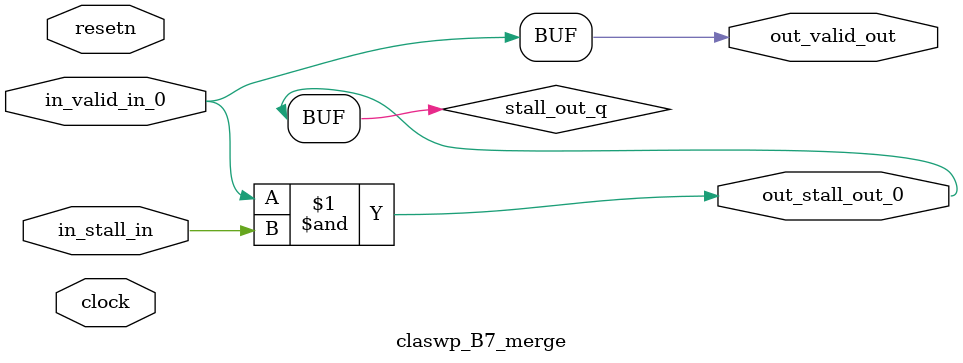
<source format=sv>



(* altera_attribute = "-name AUTO_SHIFT_REGISTER_RECOGNITION OFF; -name MESSAGE_DISABLE 10036; -name MESSAGE_DISABLE 10037; -name MESSAGE_DISABLE 14130; -name MESSAGE_DISABLE 14320; -name MESSAGE_DISABLE 15400; -name MESSAGE_DISABLE 14130; -name MESSAGE_DISABLE 10036; -name MESSAGE_DISABLE 12020; -name MESSAGE_DISABLE 12030; -name MESSAGE_DISABLE 12010; -name MESSAGE_DISABLE 12110; -name MESSAGE_DISABLE 14320; -name MESSAGE_DISABLE 13410; -name MESSAGE_DISABLE 113007; -name MESSAGE_DISABLE 10958" *)
module claswp_B7_merge (
    input wire [0:0] in_stall_in,
    input wire [0:0] in_valid_in_0,
    output wire [0:0] out_stall_out_0,
    output wire [0:0] out_valid_out,
    input wire clock,
    input wire resetn
    );

    wire [0:0] stall_out_q;


    // stall_out(LOGICAL,6)
    assign stall_out_q = in_valid_in_0 & in_stall_in;

    // out_stall_out_0(GPOUT,4)
    assign out_stall_out_0 = stall_out_q;

    // out_valid_out(GPOUT,5)
    assign out_valid_out = in_valid_in_0;

endmodule

</source>
